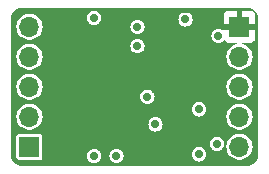
<source format=gbr>
%TF.GenerationSoftware,KiCad,Pcbnew,7.0.9*%
%TF.CreationDate,2024-01-07T19:57:38+00:00*%
%TF.ProjectId,INA381 Breakout,494e4133-3831-4204-9272-65616b6f7574,V24.01.0.1*%
%TF.SameCoordinates,PX8841978PY54c5a90*%
%TF.FileFunction,Copper,L3,Inr*%
%TF.FilePolarity,Positive*%
%FSLAX46Y46*%
G04 Gerber Fmt 4.6, Leading zero omitted, Abs format (unit mm)*
G04 Created by KiCad (PCBNEW 7.0.9) date 2024-01-07 19:57:38*
%MOMM*%
%LPD*%
G01*
G04 APERTURE LIST*
%TA.AperFunction,ComponentPad*%
%ADD10R,1.700000X1.700000*%
%TD*%
%TA.AperFunction,ComponentPad*%
%ADD11O,1.700000X1.700000*%
%TD*%
%TA.AperFunction,ViaPad*%
%ADD12C,0.700000*%
%TD*%
G04 APERTURE END LIST*
D10*
%TO.N,VDD*%
%TO.C,J1*%
X17780000Y5080000D03*
D11*
%TO.N,/~{ALERT}*%
X17780000Y2540000D03*
%TO.N,Net-(J1-Pin_3)*%
X17780000Y0D03*
%TO.N,/CMPREF*%
X17780000Y-2540000D03*
%TO.N,GND*%
X17780000Y-5080000D03*
%TD*%
D10*
%TO.N,/RES+*%
%TO.C,J2*%
X0Y-5080000D03*
D11*
X0Y-2540000D03*
%TO.N,unconnected-(J2-Pin_3-Pad3)*%
X0Y0D03*
%TO.N,/RES-*%
X0Y2540000D03*
X0Y5080000D03*
%TD*%
D12*
%TO.N,GND*%
X15875000Y-4826000D03*
X5474000Y-5865000D03*
X13208000Y5700000D03*
X14351000Y-1915000D03*
X14351000Y-5725000D03*
X16002000Y4318000D03*
X9981750Y-837750D03*
X5461000Y5845000D03*
X7366000Y-5842000D03*
%TO.N,VDD*%
X11811000Y3048000D03*
X11049000Y-10000D03*
X14351000Y-3834500D03*
X9271000Y-5842000D03*
X7366000Y-4318000D03*
%TO.N,/~{ALERT}*%
X10668000Y-3185000D03*
%TO.N,/CMPIN*%
X9144000Y5080000D03*
X9144000Y3429000D03*
%TD*%
%TA.AperFunction,Conductor*%
%TO.N,VDD*%
G36*
X18416358Y6684382D02*
G01*
X18577910Y6670248D01*
X18588630Y6668357D01*
X18741306Y6627448D01*
X18751543Y6623722D01*
X18894792Y6556924D01*
X18904226Y6551477D01*
X19033705Y6460815D01*
X19042051Y6453812D01*
X19153811Y6342052D01*
X19160814Y6333706D01*
X19251476Y6204227D01*
X19256923Y6194793D01*
X19323721Y6051544D01*
X19327447Y6041306D01*
X19368355Y5888635D01*
X19370247Y5877906D01*
X19384381Y5716363D01*
X19384500Y5713638D01*
X19384500Y-5713637D01*
X19384381Y-5716362D01*
X19370247Y-5877905D01*
X19368355Y-5888634D01*
X19327447Y-6041305D01*
X19323721Y-6051543D01*
X19256923Y-6194792D01*
X19251476Y-6204226D01*
X19160814Y-6333705D01*
X19153811Y-6342051D01*
X19042051Y-6453811D01*
X19033705Y-6460814D01*
X18904226Y-6551476D01*
X18894792Y-6556923D01*
X18751543Y-6623721D01*
X18741305Y-6627447D01*
X18588634Y-6668355D01*
X18577905Y-6670247D01*
X18452625Y-6681208D01*
X18416358Y-6684381D01*
X18413637Y-6684500D01*
X-633637Y-6684500D01*
X-636359Y-6684381D01*
X-677685Y-6680765D01*
X-797906Y-6670247D01*
X-808635Y-6668355D01*
X-961306Y-6627447D01*
X-971544Y-6623721D01*
X-1114793Y-6556923D01*
X-1124227Y-6551476D01*
X-1253706Y-6460814D01*
X-1262052Y-6453811D01*
X-1373812Y-6342051D01*
X-1380815Y-6333705D01*
X-1471477Y-6204226D01*
X-1476924Y-6194792D01*
X-1543722Y-6051543D01*
X-1547448Y-6041305D01*
X-1570661Y-5954674D01*
X-1100500Y-5954674D01*
X-1085967Y-6027739D01*
X-1085966Y-6027741D01*
X-1073372Y-6046589D01*
X-1030601Y-6110601D01*
X-979361Y-6144838D01*
X-947742Y-6165965D01*
X-947740Y-6165966D01*
X-874674Y-6180500D01*
X874674Y-6180500D01*
X947740Y-6165966D01*
X1030601Y-6110601D01*
X1085966Y-6027740D01*
X1100500Y-5954674D01*
X1100500Y-5865001D01*
X4868318Y-5865001D01*
X4888954Y-6021755D01*
X4888957Y-6021765D01*
X4949462Y-6167838D01*
X4949464Y-6167841D01*
X5045717Y-6293282D01*
X5098398Y-6333705D01*
X5171159Y-6389536D01*
X5317238Y-6450044D01*
X5317242Y-6450044D01*
X5317244Y-6450045D01*
X5473998Y-6470682D01*
X5474000Y-6470682D01*
X5474002Y-6470682D01*
X5630755Y-6450045D01*
X5630755Y-6450044D01*
X5630762Y-6450044D01*
X5776841Y-6389536D01*
X5902282Y-6293282D01*
X5998536Y-6167841D01*
X6059044Y-6021762D01*
X6079682Y-5865000D01*
X6076654Y-5842001D01*
X6760318Y-5842001D01*
X6780954Y-5998755D01*
X6780957Y-5998765D01*
X6841462Y-6144838D01*
X6841464Y-6144841D01*
X6937717Y-6270282D01*
X7031249Y-6342051D01*
X7063159Y-6366536D01*
X7209238Y-6427044D01*
X7209242Y-6427044D01*
X7209244Y-6427045D01*
X7365998Y-6447682D01*
X7366000Y-6447682D01*
X7366002Y-6447682D01*
X7522755Y-6427045D01*
X7522755Y-6427044D01*
X7522762Y-6427044D01*
X7668841Y-6366536D01*
X7794282Y-6270282D01*
X7890536Y-6144841D01*
X7951044Y-5998762D01*
X7971682Y-5842000D01*
X7969388Y-5824579D01*
X7956279Y-5725001D01*
X13745318Y-5725001D01*
X13765954Y-5881755D01*
X13765957Y-5881765D01*
X13826462Y-6027838D01*
X13826464Y-6027841D01*
X13922717Y-6153282D01*
X14018971Y-6227139D01*
X14048159Y-6249536D01*
X14194238Y-6310044D01*
X14194242Y-6310044D01*
X14194244Y-6310045D01*
X14350998Y-6330682D01*
X14351000Y-6330682D01*
X14351002Y-6330682D01*
X14507755Y-6310045D01*
X14507755Y-6310044D01*
X14507762Y-6310044D01*
X14653841Y-6249536D01*
X14779282Y-6153282D01*
X14875536Y-6027841D01*
X14936044Y-5881762D01*
X14956682Y-5725000D01*
X14955365Y-5715000D01*
X14936045Y-5568244D01*
X14936044Y-5568242D01*
X14936044Y-5568238D01*
X14875536Y-5422159D01*
X14820577Y-5350535D01*
X14779282Y-5296717D01*
X14653841Y-5200464D01*
X14653838Y-5200462D01*
X14507765Y-5139957D01*
X14507755Y-5139954D01*
X14351002Y-5119318D01*
X14350998Y-5119318D01*
X14194244Y-5139954D01*
X14194234Y-5139957D01*
X14048161Y-5200462D01*
X14048158Y-5200464D01*
X13922717Y-5296717D01*
X13826464Y-5422158D01*
X13826462Y-5422161D01*
X13765957Y-5568234D01*
X13765954Y-5568244D01*
X13745318Y-5724998D01*
X13745318Y-5725001D01*
X7956279Y-5725001D01*
X7951045Y-5685244D01*
X7951044Y-5685242D01*
X7951044Y-5685238D01*
X7890536Y-5539159D01*
X7868139Y-5509971D01*
X7794282Y-5413717D01*
X7668841Y-5317464D01*
X7668838Y-5317462D01*
X7522765Y-5256957D01*
X7522755Y-5256954D01*
X7366002Y-5236318D01*
X7365998Y-5236318D01*
X7209244Y-5256954D01*
X7209234Y-5256957D01*
X7063161Y-5317462D01*
X7063158Y-5317464D01*
X6937717Y-5413717D01*
X6841464Y-5539158D01*
X6841462Y-5539161D01*
X6780957Y-5685234D01*
X6780954Y-5685244D01*
X6760318Y-5841998D01*
X6760318Y-5842001D01*
X6076654Y-5842001D01*
X6061250Y-5724998D01*
X6059045Y-5708244D01*
X6059044Y-5708242D01*
X6059044Y-5708238D01*
X6018705Y-5610852D01*
X5998537Y-5562161D01*
X5998535Y-5562158D01*
X5980887Y-5539159D01*
X5934918Y-5479250D01*
X5902282Y-5436717D01*
X5776841Y-5340464D01*
X5776838Y-5340462D01*
X5630765Y-5279957D01*
X5630755Y-5279954D01*
X5474002Y-5259318D01*
X5473998Y-5259318D01*
X5317244Y-5279954D01*
X5317234Y-5279957D01*
X5171161Y-5340462D01*
X5171158Y-5340464D01*
X5045717Y-5436717D01*
X4949464Y-5562158D01*
X4949462Y-5562161D01*
X4888957Y-5708234D01*
X4888954Y-5708244D01*
X4868318Y-5864998D01*
X4868318Y-5865001D01*
X1100500Y-5865001D01*
X1100500Y-4826001D01*
X15269318Y-4826001D01*
X15289954Y-4982755D01*
X15289957Y-4982765D01*
X15350462Y-5128838D01*
X15350464Y-5128841D01*
X15446717Y-5254282D01*
X15542971Y-5328139D01*
X15572159Y-5350536D01*
X15718238Y-5411044D01*
X15718242Y-5411044D01*
X15718244Y-5411045D01*
X15874998Y-5431682D01*
X15875000Y-5431682D01*
X15875002Y-5431682D01*
X16031755Y-5411045D01*
X16031755Y-5411044D01*
X16031762Y-5411044D01*
X16177841Y-5350536D01*
X16303282Y-5254282D01*
X16399536Y-5128841D01*
X16419765Y-5080003D01*
X16674785Y-5080003D01*
X16693601Y-5283075D01*
X16693603Y-5283086D01*
X16737316Y-5436717D01*
X16749418Y-5479250D01*
X16840327Y-5661821D01*
X16840328Y-5661822D01*
X16840330Y-5661826D01*
X16963227Y-5824569D01*
X16963232Y-5824574D01*
X16963236Y-5824579D01*
X17027707Y-5883352D01*
X17113954Y-5961977D01*
X17113955Y-5961978D01*
X17113959Y-5961981D01*
X17287363Y-6069348D01*
X17477544Y-6143024D01*
X17678024Y-6180500D01*
X17678027Y-6180500D01*
X17881973Y-6180500D01*
X17881976Y-6180500D01*
X18082456Y-6143024D01*
X18272637Y-6069348D01*
X18446041Y-5961981D01*
X18596764Y-5824579D01*
X18671963Y-5725000D01*
X18719669Y-5661826D01*
X18719668Y-5661826D01*
X18719673Y-5661821D01*
X18810582Y-5479250D01*
X18866397Y-5283083D01*
X18869066Y-5254282D01*
X18885215Y-5080003D01*
X18885215Y-5079996D01*
X18866398Y-4876924D01*
X18866396Y-4876913D01*
X18851909Y-4825998D01*
X18810582Y-4680750D01*
X18719673Y-4498179D01*
X18719670Y-4498175D01*
X18719669Y-4498173D01*
X18596772Y-4335430D01*
X18596767Y-4335425D01*
X18596764Y-4335421D01*
X18470502Y-4220318D01*
X18446045Y-4198022D01*
X18446042Y-4198020D01*
X18446041Y-4198019D01*
X18272637Y-4090652D01*
X18272635Y-4090651D01*
X18217356Y-4069236D01*
X18082456Y-4016976D01*
X18082453Y-4016975D01*
X18082452Y-4016975D01*
X17881980Y-3979500D01*
X17881976Y-3979500D01*
X17678024Y-3979500D01*
X17678019Y-3979500D01*
X17477547Y-4016975D01*
X17287364Y-4090651D01*
X17113954Y-4198022D01*
X16963234Y-4335423D01*
X16963227Y-4335430D01*
X16840330Y-4498173D01*
X16840327Y-4498179D01*
X16749418Y-4680749D01*
X16693603Y-4876913D01*
X16693601Y-4876924D01*
X16674785Y-5079996D01*
X16674785Y-5080003D01*
X16419765Y-5080003D01*
X16460044Y-4982762D01*
X16480682Y-4826000D01*
X16461559Y-4680749D01*
X16460045Y-4669244D01*
X16460044Y-4669242D01*
X16460044Y-4669238D01*
X16399536Y-4523159D01*
X16377139Y-4493971D01*
X16303282Y-4397717D01*
X16177841Y-4301464D01*
X16177838Y-4301462D01*
X16031765Y-4240957D01*
X16031755Y-4240954D01*
X15875002Y-4220318D01*
X15874998Y-4220318D01*
X15718244Y-4240954D01*
X15718234Y-4240957D01*
X15572161Y-4301462D01*
X15572158Y-4301464D01*
X15446717Y-4397717D01*
X15350464Y-4523158D01*
X15350462Y-4523161D01*
X15289957Y-4669234D01*
X15289954Y-4669244D01*
X15269318Y-4825998D01*
X15269318Y-4826001D01*
X1100500Y-4826001D01*
X1100500Y-4205326D01*
X1085966Y-4132260D01*
X1030601Y-4049399D01*
X982074Y-4016975D01*
X947741Y-3994034D01*
X947739Y-3994033D01*
X874674Y-3979500D01*
X-874674Y-3979500D01*
X-947740Y-3994033D01*
X-947742Y-3994034D01*
X-1030601Y-4049399D01*
X-1085966Y-4132258D01*
X-1085967Y-4132260D01*
X-1100500Y-4205325D01*
X-1100500Y-5954674D01*
X-1570661Y-5954674D01*
X-1588357Y-5888630D01*
X-1590248Y-5877905D01*
X-1594914Y-5824576D01*
X-1604382Y-5716358D01*
X-1604500Y-5713637D01*
X-1604500Y-2540003D01*
X-1105215Y-2540003D01*
X-1086399Y-2743075D01*
X-1086397Y-2743086D01*
X-1030582Y-2939250D01*
X-939673Y-3121821D01*
X-939672Y-3121822D01*
X-939670Y-3121826D01*
X-816773Y-3284569D01*
X-816768Y-3284574D01*
X-816764Y-3284579D01*
X-714533Y-3377775D01*
X-666046Y-3421977D01*
X-666045Y-3421978D01*
X-666041Y-3421981D01*
X-492637Y-3529348D01*
X-302456Y-3603024D01*
X-101976Y-3640500D01*
X-101973Y-3640500D01*
X101973Y-3640500D01*
X101976Y-3640500D01*
X302456Y-3603024D01*
X492637Y-3529348D01*
X666041Y-3421981D01*
X816764Y-3284579D01*
X891962Y-3185001D01*
X10062318Y-3185001D01*
X10082954Y-3341755D01*
X10082957Y-3341765D01*
X10143462Y-3487838D01*
X10143464Y-3487841D01*
X10239717Y-3613282D01*
X10275189Y-3640500D01*
X10365159Y-3709536D01*
X10511238Y-3770044D01*
X10511242Y-3770044D01*
X10511244Y-3770045D01*
X10667998Y-3790682D01*
X10668000Y-3790682D01*
X10668002Y-3790682D01*
X10824755Y-3770045D01*
X10824755Y-3770044D01*
X10824762Y-3770044D01*
X10970841Y-3709536D01*
X11096282Y-3613282D01*
X11192536Y-3487841D01*
X11253044Y-3341762D01*
X11273682Y-3185000D01*
X11265364Y-3121821D01*
X11253045Y-3028244D01*
X11253044Y-3028242D01*
X11253044Y-3028238D01*
X11192536Y-2882159D01*
X11170139Y-2852971D01*
X11096282Y-2756717D01*
X10970841Y-2660464D01*
X10970838Y-2660462D01*
X10824765Y-2599957D01*
X10824755Y-2599954D01*
X10668002Y-2579318D01*
X10667998Y-2579318D01*
X10511244Y-2599954D01*
X10511234Y-2599957D01*
X10365161Y-2660462D01*
X10365158Y-2660464D01*
X10239717Y-2756717D01*
X10143464Y-2882158D01*
X10143462Y-2882161D01*
X10082957Y-3028234D01*
X10082954Y-3028244D01*
X10062318Y-3184998D01*
X10062318Y-3185001D01*
X891962Y-3185001D01*
X891963Y-3185000D01*
X939669Y-3121826D01*
X939668Y-3121826D01*
X939673Y-3121821D01*
X1030582Y-2939250D01*
X1086397Y-2743083D01*
X1094053Y-2660462D01*
X1105215Y-2540003D01*
X16674785Y-2540003D01*
X16693601Y-2743075D01*
X16693603Y-2743086D01*
X16749418Y-2939250D01*
X16840327Y-3121821D01*
X16840328Y-3121822D01*
X16840330Y-3121826D01*
X16963227Y-3284569D01*
X16963232Y-3284574D01*
X16963236Y-3284579D01*
X17065467Y-3377775D01*
X17113954Y-3421977D01*
X17113955Y-3421978D01*
X17113959Y-3421981D01*
X17287363Y-3529348D01*
X17477544Y-3603024D01*
X17678024Y-3640500D01*
X17678027Y-3640500D01*
X17881973Y-3640500D01*
X17881976Y-3640500D01*
X18082456Y-3603024D01*
X18272637Y-3529348D01*
X18446041Y-3421981D01*
X18596764Y-3284579D01*
X18671963Y-3185000D01*
X18719669Y-3121826D01*
X18719668Y-3121826D01*
X18719673Y-3121821D01*
X18810582Y-2939250D01*
X18866397Y-2743083D01*
X18874053Y-2660462D01*
X18885215Y-2540003D01*
X18885215Y-2539996D01*
X18866398Y-2336924D01*
X18866396Y-2336913D01*
X18857365Y-2305173D01*
X18810582Y-2140750D01*
X18719673Y-1958179D01*
X18719670Y-1958175D01*
X18719669Y-1958173D01*
X18596772Y-1795430D01*
X18596767Y-1795425D01*
X18596764Y-1795421D01*
X18502209Y-1709223D01*
X18446045Y-1658022D01*
X18446042Y-1658020D01*
X18446041Y-1658019D01*
X18272637Y-1550652D01*
X18272635Y-1550651D01*
X18217356Y-1529236D01*
X18082456Y-1476976D01*
X18082453Y-1476975D01*
X18082452Y-1476975D01*
X17881980Y-1439500D01*
X17881976Y-1439500D01*
X17678024Y-1439500D01*
X17678019Y-1439500D01*
X17477547Y-1476975D01*
X17477544Y-1476975D01*
X17477544Y-1476976D01*
X17452397Y-1486718D01*
X17287364Y-1550651D01*
X17113954Y-1658022D01*
X16963234Y-1795423D01*
X16963227Y-1795430D01*
X16840330Y-1958173D01*
X16840327Y-1958179D01*
X16749418Y-2140749D01*
X16693603Y-2336913D01*
X16693601Y-2336924D01*
X16674785Y-2539996D01*
X16674785Y-2540003D01*
X1105215Y-2540003D01*
X1105215Y-2539996D01*
X1086398Y-2336924D01*
X1086396Y-2336913D01*
X1077365Y-2305173D01*
X1030582Y-2140750D01*
X939673Y-1958179D01*
X939670Y-1958175D01*
X939669Y-1958173D01*
X907067Y-1915001D01*
X13745318Y-1915001D01*
X13765954Y-2071755D01*
X13765957Y-2071765D01*
X13826462Y-2217838D01*
X13826464Y-2217841D01*
X13922717Y-2343282D01*
X14018971Y-2417139D01*
X14048159Y-2439536D01*
X14194238Y-2500044D01*
X14194242Y-2500044D01*
X14194244Y-2500045D01*
X14350998Y-2520682D01*
X14351000Y-2520682D01*
X14351002Y-2520682D01*
X14507755Y-2500045D01*
X14507755Y-2500044D01*
X14507762Y-2500044D01*
X14653841Y-2439536D01*
X14779282Y-2343282D01*
X14875536Y-2217841D01*
X14936044Y-2071762D01*
X14936045Y-2071755D01*
X14956682Y-1915001D01*
X14956682Y-1914998D01*
X14936045Y-1758244D01*
X14936044Y-1758242D01*
X14936044Y-1758238D01*
X14875536Y-1612159D01*
X14828340Y-1550652D01*
X14779282Y-1486717D01*
X14653841Y-1390464D01*
X14653838Y-1390462D01*
X14507765Y-1329957D01*
X14507755Y-1329954D01*
X14351002Y-1309318D01*
X14350998Y-1309318D01*
X14194244Y-1329954D01*
X14194234Y-1329957D01*
X14048161Y-1390462D01*
X14048158Y-1390464D01*
X13922717Y-1486717D01*
X13826464Y-1612158D01*
X13826462Y-1612161D01*
X13765957Y-1758234D01*
X13765954Y-1758244D01*
X13745318Y-1914998D01*
X13745318Y-1915001D01*
X907067Y-1915001D01*
X816772Y-1795430D01*
X816767Y-1795425D01*
X816764Y-1795421D01*
X722209Y-1709223D01*
X666045Y-1658022D01*
X666042Y-1658020D01*
X666041Y-1658019D01*
X492637Y-1550652D01*
X492635Y-1550651D01*
X437356Y-1529236D01*
X302456Y-1476976D01*
X302453Y-1476975D01*
X302452Y-1476975D01*
X101980Y-1439500D01*
X101976Y-1439500D01*
X-101976Y-1439500D01*
X-101981Y-1439500D01*
X-302453Y-1476975D01*
X-302456Y-1476975D01*
X-302456Y-1476976D01*
X-327603Y-1486718D01*
X-492636Y-1550651D01*
X-666046Y-1658022D01*
X-816766Y-1795423D01*
X-816773Y-1795430D01*
X-939670Y-1958173D01*
X-939673Y-1958179D01*
X-1030582Y-2140749D01*
X-1086397Y-2336913D01*
X-1086399Y-2336924D01*
X-1105215Y-2539996D01*
X-1105215Y-2540003D01*
X-1604500Y-2540003D01*
X-1604500Y-3D01*
X-1105215Y-3D01*
X-1086399Y-203075D01*
X-1086397Y-203086D01*
X-1055062Y-313214D01*
X-1030582Y-399250D01*
X-939673Y-581821D01*
X-939672Y-581822D01*
X-939670Y-581826D01*
X-816773Y-744569D01*
X-816768Y-744574D01*
X-816764Y-744579D01*
X-714562Y-837748D01*
X-666046Y-881977D01*
X-666045Y-881978D01*
X-666041Y-881981D01*
X-492637Y-989348D01*
X-302456Y-1063024D01*
X-101976Y-1100500D01*
X-101973Y-1100500D01*
X101973Y-1100500D01*
X101976Y-1100500D01*
X302456Y-1063024D01*
X492637Y-989348D01*
X666041Y-881981D01*
X714559Y-837751D01*
X9376068Y-837751D01*
X9396704Y-994505D01*
X9396707Y-994515D01*
X9457212Y-1140588D01*
X9457214Y-1140591D01*
X9553467Y-1266032D01*
X9636777Y-1329957D01*
X9678909Y-1362286D01*
X9824988Y-1422794D01*
X9824992Y-1422794D01*
X9824994Y-1422795D01*
X9981748Y-1443432D01*
X9981750Y-1443432D01*
X9981752Y-1443432D01*
X10138505Y-1422795D01*
X10138505Y-1422794D01*
X10138512Y-1422794D01*
X10284591Y-1362286D01*
X10410032Y-1266032D01*
X10506286Y-1140591D01*
X10566794Y-994512D01*
X10581609Y-881981D01*
X10587432Y-837751D01*
X10587432Y-837748D01*
X10566795Y-680994D01*
X10566794Y-680992D01*
X10566794Y-680988D01*
X10506286Y-534909D01*
X10483889Y-505721D01*
X10410032Y-409467D01*
X10284591Y-313214D01*
X10284588Y-313212D01*
X10138515Y-252707D01*
X10138505Y-252704D01*
X9981752Y-232068D01*
X9981748Y-232068D01*
X9824994Y-252704D01*
X9824984Y-252707D01*
X9678911Y-313212D01*
X9678908Y-313214D01*
X9553467Y-409467D01*
X9457214Y-534908D01*
X9457212Y-534911D01*
X9396707Y-680984D01*
X9396704Y-680994D01*
X9376068Y-837748D01*
X9376068Y-837751D01*
X714559Y-837751D01*
X816764Y-744579D01*
X939673Y-581821D01*
X1030582Y-399250D01*
X1086397Y-203083D01*
X1105215Y-3D01*
X16674785Y-3D01*
X16693601Y-203075D01*
X16693603Y-203086D01*
X16724938Y-313214D01*
X16749418Y-399250D01*
X16840327Y-581821D01*
X16840328Y-581822D01*
X16840330Y-581826D01*
X16963227Y-744569D01*
X16963232Y-744574D01*
X16963236Y-744579D01*
X17065438Y-837748D01*
X17113954Y-881977D01*
X17113955Y-881978D01*
X17113959Y-881981D01*
X17287363Y-989348D01*
X17477544Y-1063024D01*
X17678024Y-1100500D01*
X17678027Y-1100500D01*
X17881973Y-1100500D01*
X17881976Y-1100500D01*
X18082456Y-1063024D01*
X18272637Y-989348D01*
X18446041Y-881981D01*
X18596764Y-744579D01*
X18719673Y-581821D01*
X18810582Y-399250D01*
X18866397Y-203083D01*
X18885215Y0D01*
X18866397Y203083D01*
X18810582Y399250D01*
X18719673Y581821D01*
X18719670Y581825D01*
X18719669Y581827D01*
X18596772Y744570D01*
X18596767Y744575D01*
X18596764Y744579D01*
X18502209Y830777D01*
X18446045Y881978D01*
X18446042Y881980D01*
X18446041Y881981D01*
X18272637Y989348D01*
X18272635Y989349D01*
X18217356Y1010764D01*
X18082456Y1063024D01*
X18082453Y1063025D01*
X18082452Y1063025D01*
X17881980Y1100500D01*
X17881976Y1100500D01*
X17678024Y1100500D01*
X17678019Y1100500D01*
X17477547Y1063025D01*
X17287364Y989349D01*
X17113954Y881978D01*
X16963234Y744577D01*
X16963227Y744570D01*
X16840330Y581827D01*
X16840327Y581821D01*
X16749418Y399251D01*
X16693603Y203087D01*
X16693601Y203076D01*
X16674785Y4D01*
X16674785Y-3D01*
X1105215Y-3D01*
X1105215Y0D01*
X1086397Y203083D01*
X1030582Y399250D01*
X939673Y581821D01*
X939670Y581825D01*
X939669Y581827D01*
X816772Y744570D01*
X816767Y744575D01*
X816764Y744579D01*
X722209Y830777D01*
X666045Y881978D01*
X666042Y881980D01*
X666041Y881981D01*
X492637Y989348D01*
X492635Y989349D01*
X437356Y1010764D01*
X302456Y1063024D01*
X302453Y1063025D01*
X302452Y1063025D01*
X101980Y1100500D01*
X101976Y1100500D01*
X-101976Y1100500D01*
X-101981Y1100500D01*
X-302453Y1063025D01*
X-492636Y989349D01*
X-666046Y881978D01*
X-816766Y744577D01*
X-816773Y744570D01*
X-939670Y581827D01*
X-939673Y581821D01*
X-1030582Y399251D01*
X-1086397Y203087D01*
X-1086399Y203076D01*
X-1105215Y4D01*
X-1105215Y-3D01*
X-1604500Y-3D01*
X-1604500Y2539997D01*
X-1105215Y2539997D01*
X-1086399Y2336925D01*
X-1086397Y2336914D01*
X-1030582Y2140750D01*
X-939673Y1958179D01*
X-939672Y1958178D01*
X-939670Y1958174D01*
X-816773Y1795431D01*
X-816768Y1795426D01*
X-816764Y1795421D01*
X-714533Y1702225D01*
X-666046Y1658023D01*
X-666045Y1658022D01*
X-666041Y1658019D01*
X-492637Y1550652D01*
X-302456Y1476976D01*
X-101976Y1439500D01*
X-101973Y1439500D01*
X101973Y1439500D01*
X101976Y1439500D01*
X302456Y1476976D01*
X492637Y1550652D01*
X666041Y1658019D01*
X816764Y1795421D01*
X939673Y1958179D01*
X1030582Y2140750D01*
X1086397Y2336917D01*
X1105215Y2540000D01*
X1086397Y2743083D01*
X1030582Y2939250D01*
X939673Y3121821D01*
X939670Y3121825D01*
X939669Y3121827D01*
X816772Y3284570D01*
X816767Y3284575D01*
X816764Y3284579D01*
X722209Y3370777D01*
X666045Y3421978D01*
X666042Y3421980D01*
X666041Y3421981D01*
X654707Y3428999D01*
X8538318Y3428999D01*
X8558954Y3272245D01*
X8558957Y3272235D01*
X8619462Y3126162D01*
X8619464Y3126159D01*
X8715717Y3000718D01*
X8795825Y2939250D01*
X8841159Y2904464D01*
X8987238Y2843956D01*
X8987242Y2843956D01*
X8987244Y2843955D01*
X9143998Y2823318D01*
X9144000Y2823318D01*
X9144002Y2823318D01*
X9300755Y2843955D01*
X9300755Y2843956D01*
X9300762Y2843956D01*
X9446841Y2904464D01*
X9572282Y3000718D01*
X9668536Y3126159D01*
X9729044Y3272238D01*
X9730668Y3284570D01*
X9749682Y3428999D01*
X9749682Y3429002D01*
X9729045Y3585756D01*
X9729044Y3585758D01*
X9729044Y3585762D01*
X9668536Y3731841D01*
X9621251Y3793464D01*
X9572282Y3857283D01*
X9446841Y3953536D01*
X9446838Y3953538D01*
X9300765Y4014043D01*
X9300755Y4014046D01*
X9144002Y4034682D01*
X9143998Y4034682D01*
X8987244Y4014046D01*
X8987234Y4014043D01*
X8841161Y3953538D01*
X8841158Y3953536D01*
X8715717Y3857283D01*
X8619464Y3731842D01*
X8619462Y3731839D01*
X8558957Y3585766D01*
X8558954Y3585756D01*
X8538318Y3429002D01*
X8538318Y3428999D01*
X654707Y3428999D01*
X492637Y3529348D01*
X492635Y3529349D01*
X437356Y3550764D01*
X302456Y3603024D01*
X302453Y3603025D01*
X302452Y3603025D01*
X101980Y3640500D01*
X101976Y3640500D01*
X-101976Y3640500D01*
X-101981Y3640500D01*
X-302453Y3603025D01*
X-492636Y3529349D01*
X-666046Y3421978D01*
X-816766Y3284577D01*
X-816773Y3284570D01*
X-939670Y3121827D01*
X-939673Y3121821D01*
X-1030582Y2939251D01*
X-1086397Y2743087D01*
X-1086399Y2743076D01*
X-1105215Y2540004D01*
X-1105215Y2539997D01*
X-1604500Y2539997D01*
X-1604500Y5079997D01*
X-1105215Y5079997D01*
X-1086399Y4876925D01*
X-1086397Y4876914D01*
X-1065424Y4803204D01*
X-1030582Y4680750D01*
X-939673Y4498179D01*
X-939672Y4498178D01*
X-939670Y4498174D01*
X-816773Y4335431D01*
X-816768Y4335426D01*
X-816764Y4335421D01*
X-714533Y4242225D01*
X-666046Y4198023D01*
X-666045Y4198022D01*
X-666041Y4198019D01*
X-492637Y4090652D01*
X-302456Y4016976D01*
X-101976Y3979500D01*
X-101973Y3979500D01*
X101973Y3979500D01*
X101976Y3979500D01*
X302456Y4016976D01*
X492637Y4090652D01*
X666041Y4198019D01*
X797653Y4317999D01*
X15396318Y4317999D01*
X15416954Y4161245D01*
X15416957Y4161235D01*
X15477462Y4015162D01*
X15477464Y4015159D01*
X15573717Y3889718D01*
X15669971Y3815861D01*
X15699159Y3793464D01*
X15845238Y3732956D01*
X15845242Y3732956D01*
X15845244Y3732955D01*
X16001998Y3712318D01*
X16002000Y3712318D01*
X16002002Y3712318D01*
X16158755Y3732955D01*
X16158755Y3732956D01*
X16158762Y3732956D01*
X16304841Y3793464D01*
X16430282Y3889718D01*
X16445820Y3909969D01*
X16487244Y3933886D01*
X16533450Y3921507D01*
X16545437Y3909376D01*
X16572804Y3872818D01*
X16572815Y3872808D01*
X16687905Y3786650D01*
X16687908Y3786648D01*
X16822622Y3736403D01*
X16882164Y3730001D01*
X16882178Y3730000D01*
X17482322Y3730000D01*
X17526516Y3711694D01*
X17544822Y3667500D01*
X17526516Y3623306D01*
X17493806Y3606064D01*
X17477547Y3603025D01*
X17287364Y3529349D01*
X17113954Y3421978D01*
X16963234Y3284577D01*
X16963227Y3284570D01*
X16840330Y3121827D01*
X16840327Y3121821D01*
X16749418Y2939251D01*
X16693603Y2743087D01*
X16693601Y2743076D01*
X16674785Y2540004D01*
X16674785Y2539997D01*
X16693601Y2336925D01*
X16693603Y2336914D01*
X16749418Y2140750D01*
X16840327Y1958179D01*
X16840328Y1958178D01*
X16840330Y1958174D01*
X16963227Y1795431D01*
X16963232Y1795426D01*
X16963236Y1795421D01*
X17065467Y1702225D01*
X17113954Y1658023D01*
X17113955Y1658022D01*
X17113959Y1658019D01*
X17287363Y1550652D01*
X17477544Y1476976D01*
X17678024Y1439500D01*
X17678027Y1439500D01*
X17881973Y1439500D01*
X17881976Y1439500D01*
X18082456Y1476976D01*
X18272637Y1550652D01*
X18446041Y1658019D01*
X18596764Y1795421D01*
X18719673Y1958179D01*
X18810582Y2140750D01*
X18866397Y2336917D01*
X18885215Y2540000D01*
X18866397Y2743083D01*
X18810582Y2939250D01*
X18719673Y3121821D01*
X18719670Y3121825D01*
X18719669Y3121827D01*
X18596772Y3284570D01*
X18596767Y3284575D01*
X18596764Y3284579D01*
X18502209Y3370777D01*
X18446045Y3421978D01*
X18446042Y3421980D01*
X18446041Y3421981D01*
X18272637Y3529348D01*
X18272635Y3529349D01*
X18217356Y3550764D01*
X18082456Y3603024D01*
X18082453Y3603025D01*
X18082452Y3603025D01*
X18066194Y3606064D01*
X18026116Y3632179D01*
X18016242Y3678984D01*
X18042357Y3719062D01*
X18077678Y3730000D01*
X18677822Y3730000D01*
X18677835Y3730001D01*
X18737377Y3736403D01*
X18872091Y3786648D01*
X18872094Y3786650D01*
X18987186Y3872809D01*
X18987191Y3872814D01*
X19073350Y3987906D01*
X19073352Y3987909D01*
X19123597Y4122623D01*
X19129999Y4182165D01*
X19130000Y4182178D01*
X19130000Y4830000D01*
X18213686Y4830000D01*
X18239493Y4870156D01*
X18280000Y5008111D01*
X18280000Y5151889D01*
X18239493Y5289844D01*
X18213686Y5330000D01*
X19130000Y5330000D01*
X19130000Y5977823D01*
X19129999Y5977836D01*
X19123597Y6037378D01*
X19073352Y6172092D01*
X19073350Y6172095D01*
X18987191Y6287187D01*
X18987186Y6287192D01*
X18872094Y6373351D01*
X18872091Y6373353D01*
X18737377Y6423598D01*
X18677835Y6430000D01*
X18030000Y6430000D01*
X18030000Y5515502D01*
X17922315Y5564680D01*
X17815763Y5580000D01*
X17744237Y5580000D01*
X17637685Y5564680D01*
X17530000Y5515502D01*
X17530000Y6430000D01*
X16882164Y6430000D01*
X16822622Y6423598D01*
X16687908Y6373353D01*
X16687905Y6373351D01*
X16572813Y6287192D01*
X16572808Y6287187D01*
X16486649Y6172095D01*
X16486647Y6172092D01*
X16436402Y6037378D01*
X16430000Y5977836D01*
X16430000Y5330000D01*
X17346314Y5330000D01*
X17320507Y5289844D01*
X17280000Y5151889D01*
X17280000Y5008111D01*
X17320507Y4870156D01*
X17346314Y4830000D01*
X16429999Y4830000D01*
X16421508Y4821509D01*
X16377314Y4803204D01*
X16339268Y4816119D01*
X16304841Y4842536D01*
X16304837Y4842538D01*
X16304838Y4842538D01*
X16158765Y4903043D01*
X16158755Y4903046D01*
X16002002Y4923682D01*
X16001998Y4923682D01*
X15845244Y4903046D01*
X15845234Y4903043D01*
X15699161Y4842538D01*
X15699158Y4842536D01*
X15573717Y4746283D01*
X15477464Y4620842D01*
X15477462Y4620839D01*
X15416957Y4474766D01*
X15416954Y4474756D01*
X15396318Y4318002D01*
X15396318Y4317999D01*
X797653Y4317999D01*
X816764Y4335421D01*
X939673Y4498179D01*
X1030582Y4680750D01*
X1086397Y4876917D01*
X1090690Y4923245D01*
X1105215Y5079997D01*
X1105215Y5079999D01*
X8538318Y5079999D01*
X8558954Y4923245D01*
X8558957Y4923235D01*
X8619462Y4777162D01*
X8619464Y4777159D01*
X8715717Y4651718D01*
X8809183Y4580000D01*
X8841159Y4555464D01*
X8987238Y4494956D01*
X8987242Y4494956D01*
X8987244Y4494955D01*
X9143998Y4474318D01*
X9144000Y4474318D01*
X9144002Y4474318D01*
X9300755Y4494955D01*
X9300755Y4494956D01*
X9300762Y4494956D01*
X9446841Y4555464D01*
X9572282Y4651718D01*
X9668536Y4777159D01*
X9729044Y4923238D01*
X9729045Y4923245D01*
X9749682Y5079999D01*
X9749682Y5080002D01*
X9729045Y5236756D01*
X9729044Y5236758D01*
X9729044Y5236762D01*
X9668536Y5382841D01*
X9642541Y5416718D01*
X9572282Y5508283D01*
X9446841Y5604536D01*
X9446838Y5604538D01*
X9300765Y5665043D01*
X9300755Y5665046D01*
X9144002Y5685682D01*
X9143998Y5685682D01*
X8987244Y5665046D01*
X8987234Y5665043D01*
X8841161Y5604538D01*
X8841158Y5604536D01*
X8715717Y5508283D01*
X8619464Y5382842D01*
X8619462Y5382839D01*
X8558957Y5236766D01*
X8558954Y5236756D01*
X8538318Y5080002D01*
X8538318Y5079999D01*
X1105215Y5079999D01*
X1105215Y5080004D01*
X1086398Y5283076D01*
X1086396Y5283087D01*
X1073048Y5330000D01*
X1030582Y5479250D01*
X939673Y5661821D01*
X939670Y5661825D01*
X939669Y5661827D01*
X816772Y5824570D01*
X816767Y5824575D01*
X816764Y5824579D01*
X794364Y5844999D01*
X4855318Y5844999D01*
X4875954Y5688245D01*
X4875957Y5688235D01*
X4936462Y5542162D01*
X4936464Y5542159D01*
X5032717Y5416718D01*
X5076866Y5382842D01*
X5158159Y5320464D01*
X5304238Y5259956D01*
X5304242Y5259956D01*
X5304244Y5259955D01*
X5460998Y5239318D01*
X5461000Y5239318D01*
X5461002Y5239318D01*
X5617755Y5259955D01*
X5617755Y5259956D01*
X5617762Y5259956D01*
X5763841Y5320464D01*
X5889282Y5416718D01*
X5985536Y5542159D01*
X6046044Y5688238D01*
X6047592Y5699999D01*
X12602318Y5699999D01*
X12622954Y5543245D01*
X12622957Y5543235D01*
X12683462Y5397162D01*
X12683464Y5397159D01*
X12779717Y5271718D01*
X12825281Y5236756D01*
X12905159Y5175464D01*
X13051238Y5114956D01*
X13051242Y5114956D01*
X13051244Y5114955D01*
X13207998Y5094318D01*
X13208000Y5094318D01*
X13208002Y5094318D01*
X13364755Y5114955D01*
X13364755Y5114956D01*
X13364762Y5114956D01*
X13510841Y5175464D01*
X13636282Y5271718D01*
X13732536Y5397159D01*
X13793044Y5543238D01*
X13808656Y5661821D01*
X13813682Y5699999D01*
X13813682Y5700002D01*
X13793045Y5856756D01*
X13793044Y5856758D01*
X13793044Y5856762D01*
X13742899Y5977823D01*
X13732537Y6002839D01*
X13732535Y6002842D01*
X13636282Y6128283D01*
X13510841Y6224536D01*
X13510838Y6224538D01*
X13364765Y6285043D01*
X13364755Y6285046D01*
X13208002Y6305682D01*
X13207998Y6305682D01*
X13051244Y6285046D01*
X13051234Y6285043D01*
X12905161Y6224538D01*
X12905158Y6224536D01*
X12779717Y6128283D01*
X12683464Y6002842D01*
X12683462Y6002839D01*
X12622957Y5856766D01*
X12622954Y5856756D01*
X12602318Y5700002D01*
X12602318Y5699999D01*
X6047592Y5699999D01*
X6066682Y5844999D01*
X6066682Y5845002D01*
X6046045Y6001756D01*
X6046044Y6001758D01*
X6046044Y6001762D01*
X5985536Y6147841D01*
X5926686Y6224536D01*
X5889282Y6273283D01*
X5763841Y6369536D01*
X5763838Y6369538D01*
X5617765Y6430043D01*
X5617755Y6430046D01*
X5461002Y6450682D01*
X5460998Y6450682D01*
X5304244Y6430046D01*
X5304234Y6430043D01*
X5158161Y6369538D01*
X5158158Y6369536D01*
X5032717Y6273283D01*
X4936464Y6147842D01*
X4936462Y6147839D01*
X4875957Y6001766D01*
X4875954Y6001756D01*
X4855318Y5845002D01*
X4855318Y5844999D01*
X794364Y5844999D01*
X722209Y5910777D01*
X666045Y5961978D01*
X666042Y5961980D01*
X666041Y5961981D01*
X492637Y6069348D01*
X492635Y6069349D01*
X437356Y6090764D01*
X302456Y6143024D01*
X302453Y6143025D01*
X302452Y6143025D01*
X101980Y6180500D01*
X101976Y6180500D01*
X-101976Y6180500D01*
X-101981Y6180500D01*
X-302453Y6143025D01*
X-492636Y6069349D01*
X-666046Y5961978D01*
X-816766Y5824577D01*
X-816773Y5824570D01*
X-939670Y5661827D01*
X-939673Y5661821D01*
X-1030582Y5479251D01*
X-1086397Y5283087D01*
X-1086399Y5283076D01*
X-1105215Y5080004D01*
X-1105215Y5079997D01*
X-1604500Y5079997D01*
X-1604500Y5713638D01*
X-1604381Y5716363D01*
X-1602064Y5742844D01*
X-1590247Y5877913D01*
X-1588358Y5888629D01*
X-1547447Y6041311D01*
X-1543724Y6051539D01*
X-1476922Y6194798D01*
X-1471477Y6204227D01*
X-1413384Y6287192D01*
X-1380815Y6333708D01*
X-1373818Y6342046D01*
X-1262046Y6453818D01*
X-1253706Y6460815D01*
X-1124227Y6551477D01*
X-1114798Y6556922D01*
X-971539Y6623724D01*
X-961311Y6627447D01*
X-808629Y6668358D01*
X-797913Y6670247D01*
X-636359Y6684382D01*
X-633637Y6684500D01*
X-587405Y6684500D01*
X18367405Y6684500D01*
X18413637Y6684500D01*
X18416358Y6684382D01*
G37*
%TD.AperFunction*%
%TD*%
M02*

</source>
